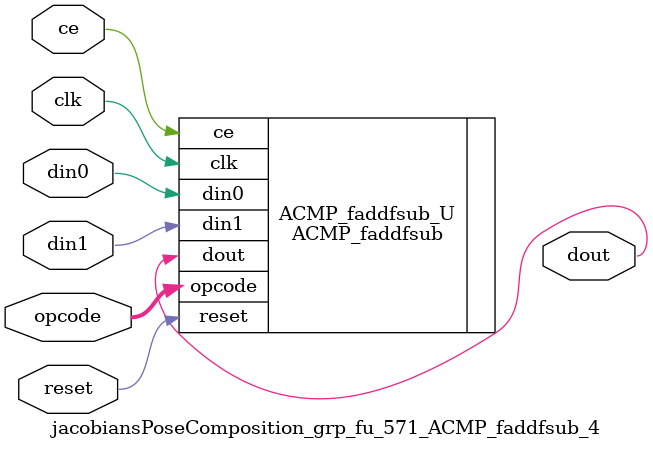
<source format=v>

`timescale 1 ns / 1 ps
module jacobiansPoseComposition_grp_fu_571_ACMP_faddfsub_4(
    clk,
    reset,
    ce,
    din0,
    din1,
    opcode,
    dout);

parameter ID = 32'd1;
parameter NUM_STAGE = 32'd1;
parameter din0_WIDTH = 32'd1;
parameter din1_WIDTH = 32'd1;
parameter dout_WIDTH = 32'd1;
input clk;
input reset;
input ce;
input[din0_WIDTH - 1:0] din0;
input[din1_WIDTH - 1:0] din1;
input[2 - 1:0] opcode;
output[dout_WIDTH - 1:0] dout;



ACMP_faddfsub #(
.ID( ID ),
.NUM_STAGE( 4 ),
.din0_WIDTH( din0_WIDTH ),
.din1_WIDTH( din1_WIDTH ),
.dout_WIDTH( dout_WIDTH ))
ACMP_faddfsub_U(
    .clk( clk ),
    .reset( reset ),
    .ce( ce ),
    .din0( din0 ),
    .din1( din1 ),
    .dout( dout ),
    .opcode( opcode ));

endmodule

</source>
